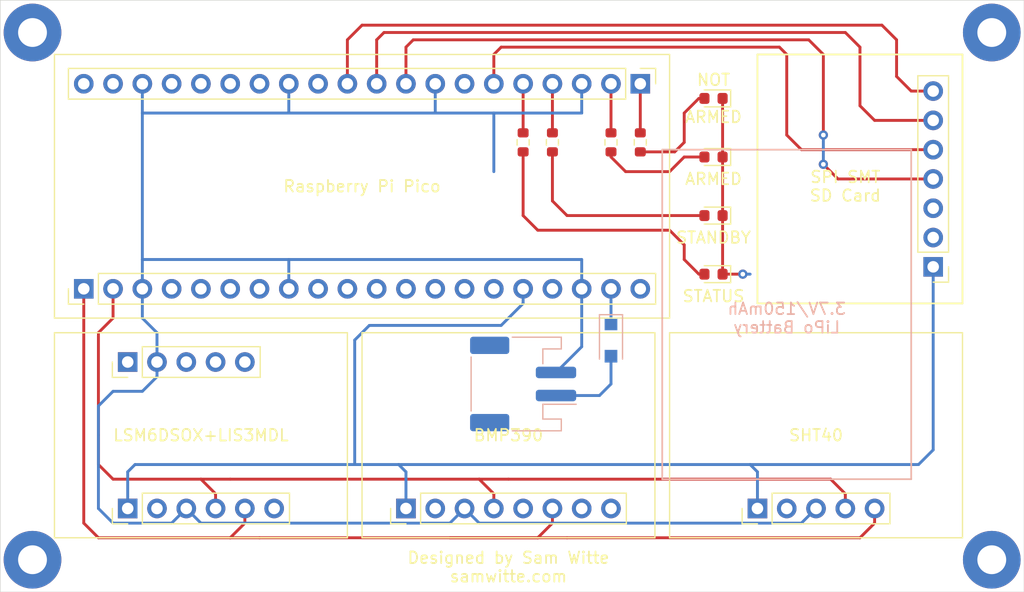
<source format=kicad_pcb>
(kicad_pcb (version 20171130) (host pcbnew "(5.1.10)-1")

  (general
    (thickness 1.6)
    (drawings 55)
    (tracks 142)
    (zones 0)
    (modules 21)
    (nets 52)
  )

  (page A4)
  (layers
    (0 F.Cu signal)
    (31 B.Cu signal)
    (32 B.Adhes user)
    (33 F.Adhes user)
    (34 B.Paste user)
    (35 F.Paste user)
    (36 B.SilkS user)
    (37 F.SilkS user)
    (38 B.Mask user)
    (39 F.Mask user)
    (40 Dwgs.User user)
    (41 Cmts.User user)
    (42 Eco1.User user)
    (43 Eco2.User user)
    (44 Edge.Cuts user)
    (45 Margin user)
    (46 B.CrtYd user)
    (47 F.CrtYd user)
    (48 B.Fab user)
    (49 F.Fab user hide)
  )

  (setup
    (last_trace_width 0.25)
    (trace_clearance 0.2)
    (zone_clearance 0.508)
    (zone_45_only no)
    (trace_min 0.2)
    (via_size 0.8)
    (via_drill 0.4)
    (via_min_size 0.4)
    (via_min_drill 0.3)
    (uvia_size 0.3)
    (uvia_drill 0.1)
    (uvias_allowed no)
    (uvia_min_size 0.2)
    (uvia_min_drill 0.1)
    (edge_width 0.05)
    (segment_width 0.2)
    (pcb_text_width 0.3)
    (pcb_text_size 1.5 1.5)
    (mod_edge_width 0.12)
    (mod_text_size 1 1)
    (mod_text_width 0.15)
    (pad_size 1 3.5)
    (pad_drill 0)
    (pad_to_mask_clearance 0)
    (aux_axis_origin 0 0)
    (visible_elements 7FFFFFFF)
    (pcbplotparams
      (layerselection 0x010fc_ffffffff)
      (usegerberextensions true)
      (usegerberattributes false)
      (usegerberadvancedattributes false)
      (creategerberjobfile false)
      (excludeedgelayer true)
      (linewidth 0.100000)
      (plotframeref false)
      (viasonmask false)
      (mode 1)
      (useauxorigin false)
      (hpglpennumber 1)
      (hpglpenspeed 20)
      (hpglpendiameter 15.000000)
      (psnegative false)
      (psa4output false)
      (plotreference true)
      (plotvalue false)
      (plotinvisibletext false)
      (padsonsilk false)
      (subtractmaskfromsilk true)
      (outputformat 1)
      (mirror false)
      (drillshape 0)
      (scaleselection 1)
      (outputdirectory "./pcb-gerbers"))
  )

  (net 0 "")
  (net 1 GND)
  (net 2 SCL)
  (net 3 SDA)
  (net 4 GP0)
  (net 5 GP1)
  (net 6 GP2)
  (net 7 GP3)
  (net 8 "Net-(J4-Pad7)")
  (net 9 "Net-(J4-Pad12)")
  (net 10 "Net-(J4-Pad14)")
  (net 11 "Net-(J4-Pad15)")
  (net 12 "Net-(J4-Pad16)")
  (net 13 "Net-(J4-Pad17)")
  (net 14 "Net-(J4-Pad19)")
  (net 15 "Net-(J4-Pad20)")
  (net 16 "VBUS(5V)")
  (net 17 "VSYS(1V8-5V5)")
  (net 18 "Net-(J5-Pad17)")
  (net 19 3V3)
  (net 20 "Net-(J5-Pad15)")
  (net 21 "Net-(J5-Pad14)")
  (net 22 "Net-(J5-Pad13)")
  (net 23 "Net-(J5-Pad12)")
  (net 24 "Net-(J5-Pad11)")
  (net 25 "Net-(J5-Pad10)")
  (net 26 "Net-(J5-Pad9)")
  (net 27 "Net-(J5-Pad7)")
  (net 28 "Net-(J5-Pad6)")
  (net 29 "Net-(J5-Pad5)")
  (net 30 "Net-(J5-Pad4)")
  (net 31 "Net-(D1-Pad2)")
  (net 32 "Net-(D2-Pad2)")
  (net 33 "Net-(D3-Pad2)")
  (net 34 "Net-(J6-Pad1)")
  (net 35 "Net-(J6-Pad3)")
  (net 36 "Net-(J6-Pad4)")
  (net 37 "Net-(J6-Pad5)")
  (net 38 "Net-(D4-Pad2)")
  (net 39 "Net-(J1-Pad2)")
  (net 40 "Net-(J2-Pad6)")
  (net 41 "Net-(J2-Pad2)")
  (net 42 "Net-(J3-Pad8)")
  (net 43 "Net-(J3-Pad7)")
  (net 44 "Net-(J3-Pad5)")
  (net 45 "Net-(J3-Pad2)")
  (net 46 SPI_MISO)
  (net 47 SPI_SCK)
  (net 48 SPI_MOSI)
  (net 49 SPI_CS)
  (net 50 "Net-(J7-Pad2)")
  (net 51 "Net-(D5-Pad2)")

  (net_class Default "This is the default net class."
    (clearance 0.2)
    (trace_width 0.25)
    (via_dia 0.8)
    (via_drill 0.4)
    (uvia_dia 0.3)
    (uvia_drill 0.1)
    (add_net 3V3)
    (add_net GND)
    (add_net GP0)
    (add_net GP1)
    (add_net GP2)
    (add_net GP3)
    (add_net "Net-(D1-Pad2)")
    (add_net "Net-(D2-Pad2)")
    (add_net "Net-(D3-Pad2)")
    (add_net "Net-(D4-Pad2)")
    (add_net "Net-(D5-Pad2)")
    (add_net "Net-(J1-Pad2)")
    (add_net "Net-(J2-Pad2)")
    (add_net "Net-(J2-Pad6)")
    (add_net "Net-(J3-Pad2)")
    (add_net "Net-(J3-Pad5)")
    (add_net "Net-(J3-Pad7)")
    (add_net "Net-(J3-Pad8)")
    (add_net "Net-(J4-Pad12)")
    (add_net "Net-(J4-Pad14)")
    (add_net "Net-(J4-Pad15)")
    (add_net "Net-(J4-Pad16)")
    (add_net "Net-(J4-Pad17)")
    (add_net "Net-(J4-Pad19)")
    (add_net "Net-(J4-Pad20)")
    (add_net "Net-(J4-Pad7)")
    (add_net "Net-(J5-Pad10)")
    (add_net "Net-(J5-Pad11)")
    (add_net "Net-(J5-Pad12)")
    (add_net "Net-(J5-Pad13)")
    (add_net "Net-(J5-Pad14)")
    (add_net "Net-(J5-Pad15)")
    (add_net "Net-(J5-Pad17)")
    (add_net "Net-(J5-Pad4)")
    (add_net "Net-(J5-Pad5)")
    (add_net "Net-(J5-Pad6)")
    (add_net "Net-(J5-Pad7)")
    (add_net "Net-(J5-Pad9)")
    (add_net "Net-(J6-Pad1)")
    (add_net "Net-(J6-Pad3)")
    (add_net "Net-(J6-Pad4)")
    (add_net "Net-(J6-Pad5)")
    (add_net "Net-(J7-Pad2)")
    (add_net SCL)
    (add_net SDA)
    (add_net SPI_CS)
    (add_net SPI_MISO)
    (add_net SPI_MOSI)
    (add_net SPI_SCK)
    (add_net "VBUS(5V)")
    (add_net "VSYS(1V8-5V5)")
  )

  (module Connector_JST:JST_PH_S2B-PH-SM4-TB_1x02-1MP_P2.00mm_Horizontal (layer B.Cu) (tedit 62F8267C) (tstamp 62F83EF2)
    (at 133.35 81.915 90)
    (descr "JST PH series connector, S2B-PH-SM4-TB (http://www.jst-mfg.com/product/pdf/eng/ePH.pdf), generated with kicad-footprint-generator")
    (tags "connector JST PH top entry")
    (path /63073312)
    (attr smd)
    (fp_text reference J8 (at 0 5.8 90) (layer B.SilkS) hide
      (effects (font (size 1 1) (thickness 0.15)) (justify mirror))
    )
    (fp_text value Conn_01x02 (at 0 -5.8 90) (layer B.Fab)
      (effects (font (size 1 1) (thickness 0.15)) (justify mirror))
    )
    (fp_line (start -1 0.892893) (end -0.5 1.6) (layer B.Fab) (width 0.1))
    (fp_line (start -1.5 1.6) (end -1 0.892893) (layer B.Fab) (width 0.1))
    (fp_line (start 4.6 5.1) (end -4.6 5.1) (layer B.CrtYd) (width 0.05))
    (fp_line (start 4.6 -5.1) (end 4.6 5.1) (layer B.CrtYd) (width 0.05))
    (fp_line (start -4.6 -5.1) (end 4.6 -5.1) (layer B.CrtYd) (width 0.05))
    (fp_line (start -4.6 5.1) (end -4.6 -5.1) (layer B.CrtYd) (width 0.05))
    (fp_line (start 3.95 3.2) (end 3.95 -4.4) (layer B.Fab) (width 0.1))
    (fp_line (start -3.95 3.2) (end -3.95 -4.4) (layer B.Fab) (width 0.1))
    (fp_line (start -3.95 -4.4) (end 3.95 -4.4) (layer B.Fab) (width 0.1))
    (fp_line (start -2.34 -4.51) (end 2.34 -4.51) (layer B.SilkS) (width 0.12))
    (fp_line (start 3.04 1.71) (end 1.76 1.71) (layer B.SilkS) (width 0.12))
    (fp_line (start 3.04 3.31) (end 3.04 1.71) (layer B.SilkS) (width 0.12))
    (fp_line (start 4.06 3.31) (end 3.04 3.31) (layer B.SilkS) (width 0.12))
    (fp_line (start 4.06 -0.94) (end 4.06 3.31) (layer B.SilkS) (width 0.12))
    (fp_line (start -1.76 1.71) (end -1.76 4.6) (layer B.SilkS) (width 0.12))
    (fp_line (start -3.04 1.71) (end -1.76 1.71) (layer B.SilkS) (width 0.12))
    (fp_line (start -3.04 3.31) (end -3.04 1.71) (layer B.SilkS) (width 0.12))
    (fp_line (start -4.06 3.31) (end -3.04 3.31) (layer B.SilkS) (width 0.12))
    (fp_line (start -4.06 -0.94) (end -4.06 3.31) (layer B.SilkS) (width 0.12))
    (fp_line (start 3.15 3.2) (end 3.95 3.2) (layer B.Fab) (width 0.1))
    (fp_line (start 3.15 1.6) (end 3.15 3.2) (layer B.Fab) (width 0.1))
    (fp_line (start -3.15 1.6) (end 3.15 1.6) (layer B.Fab) (width 0.1))
    (fp_line (start -3.15 3.2) (end -3.15 1.6) (layer B.Fab) (width 0.1))
    (fp_line (start -3.95 3.2) (end -3.15 3.2) (layer B.Fab) (width 0.1))
    (fp_text user %R (at 0 -1.5 90) (layer B.Fab)
      (effects (font (size 1 1) (thickness 0.15)) (justify mirror))
    )
    (pad MP smd roundrect (at 3.35 -2.9 90) (size 1.5 3.4) (layers B.Cu B.Paste B.Mask) (roundrect_rratio 0.1666666666666667))
    (pad MP smd roundrect (at -3.35 -2.9 90) (size 1.5 3.4) (layers B.Cu B.Paste B.Mask) (roundrect_rratio 0.1666666666666667))
    (pad 2 smd roundrect (at 1 2.85 90) (size 1 3.5) (layers B.Cu B.Paste B.Mask) (roundrect_rratio 0.25)
      (net 1 GND))
    (pad 1 smd roundrect (at -1 2.85 90) (size 1 3.5) (layers B.Cu B.Paste B.Mask) (roundrect_rratio 0.25)
      (net 51 "Net-(D5-Pad2)"))
    (model ${KISYS3DMOD}/Connector_JST.3dshapes/JST_PH_S2B-PH-SM4-TB_1x02-1MP_P2.00mm_Horizontal.wrl
      (at (xyz 0 0 0))
      (scale (xyz 1 1 1))
      (rotate (xyz 0 0 0))
    )
  )

  (module Diode_SMD:D_SOD-123F (layer B.Cu) (tedit 587F7769) (tstamp 62F83CFF)
    (at 140.97 78.105 270)
    (descr D_SOD-123F)
    (tags D_SOD-123F)
    (path /6307649E)
    (attr smd)
    (fp_text reference D5 (at -0.127 1.905 270) (layer B.SilkS) hide
      (effects (font (size 1 1) (thickness 0.15)) (justify mirror))
    )
    (fp_text value D (at 0 -2.1 270) (layer B.Fab)
      (effects (font (size 1 1) (thickness 0.15)) (justify mirror))
    )
    (fp_line (start -2.2 1) (end 1.65 1) (layer B.SilkS) (width 0.12))
    (fp_line (start -2.2 -1) (end 1.65 -1) (layer B.SilkS) (width 0.12))
    (fp_line (start -2.2 1.15) (end -2.2 -1.15) (layer B.CrtYd) (width 0.05))
    (fp_line (start 2.2 -1.15) (end -2.2 -1.15) (layer B.CrtYd) (width 0.05))
    (fp_line (start 2.2 1.15) (end 2.2 -1.15) (layer B.CrtYd) (width 0.05))
    (fp_line (start -2.2 1.15) (end 2.2 1.15) (layer B.CrtYd) (width 0.05))
    (fp_line (start -1.4 0.9) (end 1.4 0.9) (layer B.Fab) (width 0.1))
    (fp_line (start 1.4 0.9) (end 1.4 -0.9) (layer B.Fab) (width 0.1))
    (fp_line (start 1.4 -0.9) (end -1.4 -0.9) (layer B.Fab) (width 0.1))
    (fp_line (start -1.4 -0.9) (end -1.4 0.9) (layer B.Fab) (width 0.1))
    (fp_line (start -0.75 0) (end -0.35 0) (layer B.Fab) (width 0.1))
    (fp_line (start -0.35 0) (end -0.35 0.55) (layer B.Fab) (width 0.1))
    (fp_line (start -0.35 0) (end -0.35 -0.55) (layer B.Fab) (width 0.1))
    (fp_line (start -0.35 0) (end 0.25 0.4) (layer B.Fab) (width 0.1))
    (fp_line (start 0.25 0.4) (end 0.25 -0.4) (layer B.Fab) (width 0.1))
    (fp_line (start 0.25 -0.4) (end -0.35 0) (layer B.Fab) (width 0.1))
    (fp_line (start 0.25 0) (end 0.75 0) (layer B.Fab) (width 0.1))
    (fp_line (start -2.2 1) (end -2.2 -1) (layer B.SilkS) (width 0.12))
    (fp_text user %R (at -0.127 1.905 270) (layer B.Fab)
      (effects (font (size 1 1) (thickness 0.15)) (justify mirror))
    )
    (pad 2 smd rect (at 1.4 0 270) (size 1.1 1.1) (layers B.Cu B.Paste B.Mask)
      (net 51 "Net-(D5-Pad2)"))
    (pad 1 smd rect (at -1.4 0 270) (size 1.1 1.1) (layers B.Cu B.Paste B.Mask)
      (net 17 "VSYS(1V8-5V5)"))
    (model ${KISYS3DMOD}/Diode_SMD.3dshapes/D_SOD-123F.wrl
      (at (xyz 0 0 0))
      (scale (xyz 1 1 1))
      (rotate (xyz 0 0 0))
    )
  )

  (module Connector_PinHeader_2.54mm:PinHeader_1x07_P2.54mm_Vertical (layer F.Cu) (tedit 59FED5CC) (tstamp 62F822A4)
    (at 168.91 71.755 180)
    (descr "Through hole straight pin header, 1x07, 2.54mm pitch, single row")
    (tags "Through hole pin header THT 1x07 2.54mm single row")
    (path /62F8C126)
    (fp_text reference J7 (at 0 -2.33) (layer F.SilkS) hide
      (effects (font (size 1 1) (thickness 0.15)))
    )
    (fp_text value Conn_01x07 (at 0 17.57) (layer F.Fab)
      (effects (font (size 1 1) (thickness 0.15)))
    )
    (fp_line (start 1.8 -1.8) (end -1.8 -1.8) (layer F.CrtYd) (width 0.05))
    (fp_line (start 1.8 17.05) (end 1.8 -1.8) (layer F.CrtYd) (width 0.05))
    (fp_line (start -1.8 17.05) (end 1.8 17.05) (layer F.CrtYd) (width 0.05))
    (fp_line (start -1.8 -1.8) (end -1.8 17.05) (layer F.CrtYd) (width 0.05))
    (fp_line (start -1.33 -1.33) (end 0 -1.33) (layer F.SilkS) (width 0.12))
    (fp_line (start -1.33 0) (end -1.33 -1.33) (layer F.SilkS) (width 0.12))
    (fp_line (start -1.33 1.27) (end 1.33 1.27) (layer F.SilkS) (width 0.12))
    (fp_line (start 1.33 1.27) (end 1.33 16.57) (layer F.SilkS) (width 0.12))
    (fp_line (start -1.33 1.27) (end -1.33 16.57) (layer F.SilkS) (width 0.12))
    (fp_line (start -1.33 16.57) (end 1.33 16.57) (layer F.SilkS) (width 0.12))
    (fp_line (start -1.27 -0.635) (end -0.635 -1.27) (layer F.Fab) (width 0.1))
    (fp_line (start -1.27 16.51) (end -1.27 -0.635) (layer F.Fab) (width 0.1))
    (fp_line (start 1.27 16.51) (end -1.27 16.51) (layer F.Fab) (width 0.1))
    (fp_line (start 1.27 -1.27) (end 1.27 16.51) (layer F.Fab) (width 0.1))
    (fp_line (start -0.635 -1.27) (end 1.27 -1.27) (layer F.Fab) (width 0.1))
    (fp_text user %R (at 0 7.62 90) (layer F.Fab)
      (effects (font (size 1 1) (thickness 0.15)))
    )
    (pad 7 thru_hole oval (at 0 15.24 180) (size 1.7 1.7) (drill 1) (layers *.Cu *.Mask)
      (net 49 SPI_CS))
    (pad 6 thru_hole oval (at 0 12.7 180) (size 1.7 1.7) (drill 1) (layers *.Cu *.Mask)
      (net 48 SPI_MOSI))
    (pad 5 thru_hole oval (at 0 10.16 180) (size 1.7 1.7) (drill 1) (layers *.Cu *.Mask)
      (net 46 SPI_MISO))
    (pad 4 thru_hole oval (at 0 7.62 180) (size 1.7 1.7) (drill 1) (layers *.Cu *.Mask)
      (net 47 SPI_SCK))
    (pad 3 thru_hole oval (at 0 5.08 180) (size 1.7 1.7) (drill 1) (layers *.Cu *.Mask)
      (net 1 GND))
    (pad 2 thru_hole oval (at 0 2.54 180) (size 1.7 1.7) (drill 1) (layers *.Cu *.Mask)
      (net 50 "Net-(J7-Pad2)"))
    (pad 1 thru_hole rect (at 0 0 180) (size 1.7 1.7) (drill 1) (layers *.Cu *.Mask)
      (net 19 3V3))
    (model ${KISYS3DMOD}/Connector_PinHeader_2.54mm.3dshapes/PinHeader_1x07_P2.54mm_Vertical.wrl
      (at (xyz 0 0 0))
      (scale (xyz 1 1 1))
      (rotate (xyz 0 0 0))
    )
  )

  (module MountingHole:MountingHole_2.5mm_Pad (layer F.Cu) (tedit 56D1B4CB) (tstamp 62EFDA7D)
    (at 173.99 51.435)
    (descr "Mounting Hole 2.5mm")
    (tags "mounting hole 2.5mm")
    (path /63182370)
    (attr virtual)
    (fp_text reference H4 (at 0 -3.5) (layer F.SilkS) hide
      (effects (font (size 1 1) (thickness 0.15)))
    )
    (fp_text value MountingHole_Pad (at 0 3.5) (layer F.Fab) hide
      (effects (font (size 1 1) (thickness 0.15)))
    )
    (fp_circle (center 0 0) (end 2.75 0) (layer F.CrtYd) (width 0.05))
    (fp_circle (center 0 0) (end 2.5 0) (layer Cmts.User) (width 0.15))
    (fp_text user %R (at 0.3 0) (layer F.Fab)
      (effects (font (size 1 1) (thickness 0.15)))
    )
    (pad 1 thru_hole circle (at 0 0) (size 5 5) (drill 2.5) (layers *.Cu *.Mask)
      (net 1 GND))
  )

  (module MountingHole:MountingHole_2.5mm_Pad (layer F.Cu) (tedit 56D1B4CB) (tstamp 62EFDCA6)
    (at 90.805 51.435)
    (descr "Mounting Hole 2.5mm")
    (tags "mounting hole 2.5mm")
    (path /63181F85)
    (attr virtual)
    (fp_text reference H3 (at 0 -3.5) (layer F.SilkS) hide
      (effects (font (size 1 1) (thickness 0.15)))
    )
    (fp_text value MountingHole_Pad (at 0 3.5) (layer F.Fab) hide
      (effects (font (size 1 1) (thickness 0.15)))
    )
    (fp_circle (center 0 0) (end 2.75 0) (layer F.CrtYd) (width 0.05))
    (fp_circle (center 0 0) (end 2.5 0) (layer Cmts.User) (width 0.15))
    (fp_text user %R (at 0.3 0) (layer F.Fab)
      (effects (font (size 1 1) (thickness 0.15)))
    )
    (pad 1 thru_hole circle (at 0 0) (size 5 5) (drill 2.5) (layers *.Cu *.Mask)
      (net 1 GND))
  )

  (module MountingHole:MountingHole_2.5mm_Pad (layer F.Cu) (tedit 56D1B4CB) (tstamp 62EFDA6D)
    (at 90.805 97.155)
    (descr "Mounting Hole 2.5mm")
    (tags "mounting hole 2.5mm")
    (path /63181C54)
    (attr virtual)
    (fp_text reference H2 (at 0 -3.5) (layer F.SilkS) hide
      (effects (font (size 1 1) (thickness 0.15)))
    )
    (fp_text value MountingHole_Pad (at 0 3.5) (layer F.Fab) hide
      (effects (font (size 1 1) (thickness 0.15)))
    )
    (fp_circle (center 0 0) (end 2.75 0) (layer F.CrtYd) (width 0.05))
    (fp_circle (center 0 0) (end 2.5 0) (layer Cmts.User) (width 0.15))
    (fp_text user %R (at 0.3 0) (layer F.Fab)
      (effects (font (size 1 1) (thickness 0.15)))
    )
    (pad 1 thru_hole circle (at 0 0) (size 5 5) (drill 2.5) (layers *.Cu *.Mask)
      (net 1 GND))
  )

  (module MountingHole:MountingHole_2.5mm_Pad (layer F.Cu) (tedit 56D1B4CB) (tstamp 62EFE2A6)
    (at 173.99 97.155)
    (descr "Mounting Hole 2.5mm")
    (tags "mounting hole 2.5mm")
    (path /63167F04)
    (attr virtual)
    (fp_text reference H1 (at 0 -3.5) (layer F.SilkS) hide
      (effects (font (size 1 1) (thickness 0.15)))
    )
    (fp_text value MountingHole_Pad (at 0 3.5) (layer F.Fab) hide
      (effects (font (size 1 1) (thickness 0.15)))
    )
    (fp_circle (center 0 0) (end 2.75 0) (layer F.CrtYd) (width 0.05))
    (fp_circle (center 0 0) (end 2.5 0) (layer Cmts.User) (width 0.15))
    (fp_text user %R (at 0.3 0) (layer F.Fab)
      (effects (font (size 1 1) (thickness 0.15)))
    )
    (pad 1 thru_hole circle (at 0 0) (size 5 5) (drill 2.5) (layers *.Cu *.Mask)
      (net 1 GND))
  )

  (module Connector_PinHeader_2.54mm:PinHeader_1x08_P2.54mm_Vertical (layer F.Cu) (tedit 59FED5CC) (tstamp 62E0C4FE)
    (at 123.19 92.71 90)
    (descr "Through hole straight pin header, 1x08, 2.54mm pitch, single row")
    (tags "Through hole pin header THT 1x08 2.54mm single row")
    (path /62E64980)
    (fp_text reference J3 (at 0 -2.33 180) (layer F.SilkS) hide
      (effects (font (size 1 1) (thickness 0.15)))
    )
    (fp_text value Conn_01x08 (at -3.81 8.89 180) (layer F.Fab) hide
      (effects (font (size 1 1) (thickness 0.15)))
    )
    (fp_line (start 1.8 -1.8) (end -1.8 -1.8) (layer F.CrtYd) (width 0.05))
    (fp_line (start 1.8 19.55) (end 1.8 -1.8) (layer F.CrtYd) (width 0.05))
    (fp_line (start -1.8 19.55) (end 1.8 19.55) (layer F.CrtYd) (width 0.05))
    (fp_line (start -1.8 -1.8) (end -1.8 19.55) (layer F.CrtYd) (width 0.05))
    (fp_line (start -1.33 -1.33) (end 0 -1.33) (layer F.SilkS) (width 0.12))
    (fp_line (start -1.33 0) (end -1.33 -1.33) (layer F.SilkS) (width 0.12))
    (fp_line (start -1.33 1.27) (end 1.33 1.27) (layer F.SilkS) (width 0.12))
    (fp_line (start 1.33 1.27) (end 1.33 19.11) (layer F.SilkS) (width 0.12))
    (fp_line (start -1.33 1.27) (end -1.33 19.11) (layer F.SilkS) (width 0.12))
    (fp_line (start -1.33 19.11) (end 1.33 19.11) (layer F.SilkS) (width 0.12))
    (fp_line (start -1.27 -0.635) (end -0.635 -1.27) (layer F.Fab) (width 0.1))
    (fp_line (start -1.27 19.05) (end -1.27 -0.635) (layer F.Fab) (width 0.1))
    (fp_line (start 1.27 19.05) (end -1.27 19.05) (layer F.Fab) (width 0.1))
    (fp_line (start 1.27 -1.27) (end 1.27 19.05) (layer F.Fab) (width 0.1))
    (fp_line (start -0.635 -1.27) (end 1.27 -1.27) (layer F.Fab) (width 0.1))
    (fp_text user %R (at 0 8.89) (layer F.Fab)
      (effects (font (size 1 1) (thickness 0.15)))
    )
    (pad 8 thru_hole oval (at 0 17.78 90) (size 1.7 1.7) (drill 1) (layers *.Cu *.Mask)
      (net 42 "Net-(J3-Pad8)"))
    (pad 7 thru_hole oval (at 0 15.24 90) (size 1.7 1.7) (drill 1) (layers *.Cu *.Mask)
      (net 43 "Net-(J3-Pad7)"))
    (pad 6 thru_hole oval (at 0 12.7 90) (size 1.7 1.7) (drill 1) (layers *.Cu *.Mask)
      (net 3 SDA))
    (pad 5 thru_hole oval (at 0 10.16 90) (size 1.7 1.7) (drill 1) (layers *.Cu *.Mask)
      (net 44 "Net-(J3-Pad5)"))
    (pad 4 thru_hole oval (at 0 7.62 90) (size 1.7 1.7) (drill 1) (layers *.Cu *.Mask)
      (net 2 SCL))
    (pad 3 thru_hole oval (at 0 5.08 90) (size 1.7 1.7) (drill 1) (layers *.Cu *.Mask)
      (net 1 GND))
    (pad 2 thru_hole oval (at 0 2.54 90) (size 1.7 1.7) (drill 1) (layers *.Cu *.Mask)
      (net 45 "Net-(J3-Pad2)"))
    (pad 1 thru_hole rect (at 0 0 90) (size 1.7 1.7) (drill 1) (layers *.Cu *.Mask)
      (net 19 3V3))
    (model ${KISYS3DMOD}/Connector_PinHeader_2.54mm.3dshapes/PinHeader_1x08_P2.54mm_Vertical.wrl
      (at (xyz 0 0 0))
      (scale (xyz 1 1 1))
      (rotate (xyz 0 0 0))
    )
  )

  (module Connector_PinHeader_2.54mm:PinHeader_1x06_P2.54mm_Vertical (layer F.Cu) (tedit 59FED5CC) (tstamp 62E0C4E2)
    (at 99.06 92.71 90)
    (descr "Through hole straight pin header, 1x06, 2.54mm pitch, single row")
    (tags "Through hole pin header THT 1x06 2.54mm single row")
    (path /62E5F85F)
    (fp_text reference J2 (at 0 -2.33 180) (layer F.SilkS) hide
      (effects (font (size 1 1) (thickness 0.15)))
    )
    (fp_text value Conn_01x06 (at -3.81 6.35 180) (layer F.Fab) hide
      (effects (font (size 1 1) (thickness 0.15)))
    )
    (fp_line (start 1.8 -1.8) (end -1.8 -1.8) (layer F.CrtYd) (width 0.05))
    (fp_line (start 1.8 14.5) (end 1.8 -1.8) (layer F.CrtYd) (width 0.05))
    (fp_line (start -1.8 14.5) (end 1.8 14.5) (layer F.CrtYd) (width 0.05))
    (fp_line (start -1.8 -1.8) (end -1.8 14.5) (layer F.CrtYd) (width 0.05))
    (fp_line (start -1.33 -1.33) (end 0 -1.33) (layer F.SilkS) (width 0.12))
    (fp_line (start -1.33 0) (end -1.33 -1.33) (layer F.SilkS) (width 0.12))
    (fp_line (start -1.33 1.27) (end 1.33 1.27) (layer F.SilkS) (width 0.12))
    (fp_line (start 1.33 1.27) (end 1.33 14.03) (layer F.SilkS) (width 0.12))
    (fp_line (start -1.33 1.27) (end -1.33 14.03) (layer F.SilkS) (width 0.12))
    (fp_line (start -1.33 14.03) (end 1.33 14.03) (layer F.SilkS) (width 0.12))
    (fp_line (start -1.27 -0.635) (end -0.635 -1.27) (layer F.Fab) (width 0.1))
    (fp_line (start -1.27 13.97) (end -1.27 -0.635) (layer F.Fab) (width 0.1))
    (fp_line (start 1.27 13.97) (end -1.27 13.97) (layer F.Fab) (width 0.1))
    (fp_line (start 1.27 -1.27) (end 1.27 13.97) (layer F.Fab) (width 0.1))
    (fp_line (start -0.635 -1.27) (end 1.27 -1.27) (layer F.Fab) (width 0.1))
    (fp_text user %R (at 0 6.35) (layer F.Fab)
      (effects (font (size 1 1) (thickness 0.15)))
    )
    (pad 6 thru_hole oval (at 0 12.7 90) (size 1.7 1.7) (drill 1) (layers *.Cu *.Mask)
      (net 40 "Net-(J2-Pad6)"))
    (pad 5 thru_hole oval (at 0 10.16 90) (size 1.7 1.7) (drill 1) (layers *.Cu *.Mask)
      (net 3 SDA))
    (pad 4 thru_hole oval (at 0 7.62 90) (size 1.7 1.7) (drill 1) (layers *.Cu *.Mask)
      (net 2 SCL))
    (pad 3 thru_hole oval (at 0 5.08 90) (size 1.7 1.7) (drill 1) (layers *.Cu *.Mask)
      (net 1 GND))
    (pad 2 thru_hole oval (at 0 2.54 90) (size 1.7 1.7) (drill 1) (layers *.Cu *.Mask)
      (net 41 "Net-(J2-Pad2)"))
    (pad 1 thru_hole rect (at 0 0 90) (size 1.7 1.7) (drill 1) (layers *.Cu *.Mask)
      (net 19 3V3))
    (model ${KISYS3DMOD}/Connector_PinHeader_2.54mm.3dshapes/PinHeader_1x06_P2.54mm_Vertical.wrl
      (at (xyz 0 0 0))
      (scale (xyz 1 1 1))
      (rotate (xyz 0 0 0))
    )
  )

  (module Connector_PinHeader_2.54mm:PinHeader_1x05_P2.54mm_Vertical (layer F.Cu) (tedit 59FED5CC) (tstamp 62E0C4C8)
    (at 153.67 92.71 90)
    (descr "Through hole straight pin header, 1x05, 2.54mm pitch, single row")
    (tags "Through hole pin header THT 1x05 2.54mm single row")
    (path /62E5AC3C)
    (fp_text reference J1 (at 0 -2.33 180) (layer F.SilkS) hide
      (effects (font (size 1 1) (thickness 0.15)))
    )
    (fp_text value Conn_01x05 (at -3.81 5.08 180) (layer F.Fab) hide
      (effects (font (size 1 1) (thickness 0.15)))
    )
    (fp_line (start 1.8 -1.8) (end -1.8 -1.8) (layer F.CrtYd) (width 0.05))
    (fp_line (start 1.8 11.95) (end 1.8 -1.8) (layer F.CrtYd) (width 0.05))
    (fp_line (start -1.8 11.95) (end 1.8 11.95) (layer F.CrtYd) (width 0.05))
    (fp_line (start -1.8 -1.8) (end -1.8 11.95) (layer F.CrtYd) (width 0.05))
    (fp_line (start -1.33 -1.33) (end 0 -1.33) (layer F.SilkS) (width 0.12))
    (fp_line (start -1.33 0) (end -1.33 -1.33) (layer F.SilkS) (width 0.12))
    (fp_line (start -1.33 1.27) (end 1.33 1.27) (layer F.SilkS) (width 0.12))
    (fp_line (start 1.33 1.27) (end 1.33 11.49) (layer F.SilkS) (width 0.12))
    (fp_line (start -1.33 1.27) (end -1.33 11.49) (layer F.SilkS) (width 0.12))
    (fp_line (start -1.33 11.49) (end 1.33 11.49) (layer F.SilkS) (width 0.12))
    (fp_line (start -1.27 -0.635) (end -0.635 -1.27) (layer F.Fab) (width 0.1))
    (fp_line (start -1.27 11.43) (end -1.27 -0.635) (layer F.Fab) (width 0.1))
    (fp_line (start 1.27 11.43) (end -1.27 11.43) (layer F.Fab) (width 0.1))
    (fp_line (start 1.27 -1.27) (end 1.27 11.43) (layer F.Fab) (width 0.1))
    (fp_line (start -0.635 -1.27) (end 1.27 -1.27) (layer F.Fab) (width 0.1))
    (fp_text user %R (at 0 5.08) (layer F.Fab)
      (effects (font (size 1 1) (thickness 0.15)))
    )
    (pad 5 thru_hole oval (at 0 10.16 90) (size 1.7 1.7) (drill 1) (layers *.Cu *.Mask)
      (net 3 SDA))
    (pad 4 thru_hole oval (at 0 7.62 90) (size 1.7 1.7) (drill 1) (layers *.Cu *.Mask)
      (net 2 SCL))
    (pad 3 thru_hole oval (at 0 5.08 90) (size 1.7 1.7) (drill 1) (layers *.Cu *.Mask)
      (net 1 GND))
    (pad 2 thru_hole oval (at 0 2.54 90) (size 1.7 1.7) (drill 1) (layers *.Cu *.Mask)
      (net 39 "Net-(J1-Pad2)"))
    (pad 1 thru_hole rect (at 0 0 90) (size 1.7 1.7) (drill 1) (layers *.Cu *.Mask)
      (net 19 3V3))
    (model ${KISYS3DMOD}/Connector_PinHeader_2.54mm.3dshapes/PinHeader_1x05_P2.54mm_Vertical.wrl
      (at (xyz 0 0 0))
      (scale (xyz 1 1 1))
      (rotate (xyz 0 0 0))
    )
  )

  (module Connector_PinHeader_2.54mm:PinHeader_1x20_P2.54mm_Vertical (layer F.Cu) (tedit 59FED5CC) (tstamp 62EB489B)
    (at 143.51 55.88 270)
    (descr "Through hole straight pin header, 1x20, 2.54mm pitch, single row")
    (tags "Through hole pin header THT 1x20 2.54mm single row")
    (path /62EB4714)
    (fp_text reference J4 (at 0 -2.33 90) (layer F.SilkS) hide
      (effects (font (size 1 1) (thickness 0.15)))
    )
    (fp_text value Conn_01x20 (at 0 50.59 90) (layer F.Fab) hide
      (effects (font (size 1 1) (thickness 0.15)))
    )
    (fp_line (start -0.635 -1.27) (end 1.27 -1.27) (layer F.Fab) (width 0.1))
    (fp_line (start 1.27 -1.27) (end 1.27 49.53) (layer F.Fab) (width 0.1))
    (fp_line (start 1.27 49.53) (end -1.27 49.53) (layer F.Fab) (width 0.1))
    (fp_line (start -1.27 49.53) (end -1.27 -0.635) (layer F.Fab) (width 0.1))
    (fp_line (start -1.27 -0.635) (end -0.635 -1.27) (layer F.Fab) (width 0.1))
    (fp_line (start -1.33 49.59) (end 1.33 49.59) (layer F.SilkS) (width 0.12))
    (fp_line (start -1.33 1.27) (end -1.33 49.59) (layer F.SilkS) (width 0.12))
    (fp_line (start 1.33 1.27) (end 1.33 49.59) (layer F.SilkS) (width 0.12))
    (fp_line (start -1.33 1.27) (end 1.33 1.27) (layer F.SilkS) (width 0.12))
    (fp_line (start -1.33 0) (end -1.33 -1.33) (layer F.SilkS) (width 0.12))
    (fp_line (start -1.33 -1.33) (end 0 -1.33) (layer F.SilkS) (width 0.12))
    (fp_line (start -1.8 -1.8) (end -1.8 50.05) (layer F.CrtYd) (width 0.05))
    (fp_line (start -1.8 50.05) (end 1.8 50.05) (layer F.CrtYd) (width 0.05))
    (fp_line (start 1.8 50.05) (end 1.8 -1.8) (layer F.CrtYd) (width 0.05))
    (fp_line (start 1.8 -1.8) (end -1.8 -1.8) (layer F.CrtYd) (width 0.05))
    (fp_text user %R (at 0 24.13) (layer F.Fab)
      (effects (font (size 1 1) (thickness 0.15)))
    )
    (pad 1 thru_hole rect (at 0 0 270) (size 1.7 1.7) (drill 1) (layers *.Cu *.Mask)
      (net 4 GP0))
    (pad 2 thru_hole oval (at 0 2.54 270) (size 1.7 1.7) (drill 1) (layers *.Cu *.Mask)
      (net 5 GP1))
    (pad 3 thru_hole oval (at 0 5.08 270) (size 1.7 1.7) (drill 1) (layers *.Cu *.Mask)
      (net 1 GND))
    (pad 4 thru_hole oval (at 0 7.62 270) (size 1.7 1.7) (drill 1) (layers *.Cu *.Mask)
      (net 6 GP2))
    (pad 5 thru_hole oval (at 0 10.16 270) (size 1.7 1.7) (drill 1) (layers *.Cu *.Mask)
      (net 7 GP3))
    (pad 6 thru_hole oval (at 0 12.7 270) (size 1.7 1.7) (drill 1) (layers *.Cu *.Mask)
      (net 46 SPI_MISO))
    (pad 7 thru_hole oval (at 0 15.24 270) (size 1.7 1.7) (drill 1) (layers *.Cu *.Mask)
      (net 8 "Net-(J4-Pad7)"))
    (pad 8 thru_hole oval (at 0 17.78 270) (size 1.7 1.7) (drill 1) (layers *.Cu *.Mask)
      (net 1 GND))
    (pad 9 thru_hole oval (at 0 20.32 270) (size 1.7 1.7) (drill 1) (layers *.Cu *.Mask)
      (net 47 SPI_SCK))
    (pad 10 thru_hole oval (at 0 22.86 270) (size 1.7 1.7) (drill 1) (layers *.Cu *.Mask)
      (net 48 SPI_MOSI))
    (pad 11 thru_hole oval (at 0 25.4 270) (size 1.7 1.7) (drill 1) (layers *.Cu *.Mask)
      (net 49 SPI_CS))
    (pad 12 thru_hole oval (at 0 27.94 270) (size 1.7 1.7) (drill 1) (layers *.Cu *.Mask)
      (net 9 "Net-(J4-Pad12)"))
    (pad 13 thru_hole oval (at 0 30.48 270) (size 1.7 1.7) (drill 1) (layers *.Cu *.Mask)
      (net 1 GND))
    (pad 14 thru_hole oval (at 0 33.02 270) (size 1.7 1.7) (drill 1) (layers *.Cu *.Mask)
      (net 10 "Net-(J4-Pad14)"))
    (pad 15 thru_hole oval (at 0 35.56 270) (size 1.7 1.7) (drill 1) (layers *.Cu *.Mask)
      (net 11 "Net-(J4-Pad15)"))
    (pad 16 thru_hole oval (at 0 38.1 270) (size 1.7 1.7) (drill 1) (layers *.Cu *.Mask)
      (net 12 "Net-(J4-Pad16)"))
    (pad 17 thru_hole oval (at 0 40.64 270) (size 1.7 1.7) (drill 1) (layers *.Cu *.Mask)
      (net 13 "Net-(J4-Pad17)"))
    (pad 18 thru_hole oval (at 0 43.18 270) (size 1.7 1.7) (drill 1) (layers *.Cu *.Mask)
      (net 1 GND))
    (pad 19 thru_hole oval (at 0 45.72 270) (size 1.7 1.7) (drill 1) (layers *.Cu *.Mask)
      (net 14 "Net-(J4-Pad19)"))
    (pad 20 thru_hole oval (at 0 48.26 270) (size 1.7 1.7) (drill 1) (layers *.Cu *.Mask)
      (net 15 "Net-(J4-Pad20)"))
    (model ${KISYS3DMOD}/Connector_PinHeader_2.54mm.3dshapes/PinHeader_1x20_P2.54mm_Vertical.wrl
      (at (xyz 0 0 0))
      (scale (xyz 1 1 1))
      (rotate (xyz 0 0 0))
    )
  )

  (module Connector_PinHeader_2.54mm:PinHeader_1x20_P2.54mm_Vertical (layer F.Cu) (tedit 59FED5CC) (tstamp 62EB48C3)
    (at 95.25 73.66 90)
    (descr "Through hole straight pin header, 1x20, 2.54mm pitch, single row")
    (tags "Through hole pin header THT 1x20 2.54mm single row")
    (path /62EB7AA1)
    (fp_text reference J5 (at 0 -2.33 90) (layer F.SilkS) hide
      (effects (font (size 1 1) (thickness 0.15)))
    )
    (fp_text value Conn_01x20 (at 0 50.59 90) (layer F.Fab) hide
      (effects (font (size 1 1) (thickness 0.15)))
    )
    (fp_line (start -0.635 -1.27) (end 1.27 -1.27) (layer F.Fab) (width 0.1))
    (fp_line (start 1.27 -1.27) (end 1.27 49.53) (layer F.Fab) (width 0.1))
    (fp_line (start 1.27 49.53) (end -1.27 49.53) (layer F.Fab) (width 0.1))
    (fp_line (start -1.27 49.53) (end -1.27 -0.635) (layer F.Fab) (width 0.1))
    (fp_line (start -1.27 -0.635) (end -0.635 -1.27) (layer F.Fab) (width 0.1))
    (fp_line (start -1.33 49.59) (end 1.33 49.59) (layer F.SilkS) (width 0.12))
    (fp_line (start -1.33 1.27) (end -1.33 49.59) (layer F.SilkS) (width 0.12))
    (fp_line (start 1.33 1.27) (end 1.33 49.59) (layer F.SilkS) (width 0.12))
    (fp_line (start -1.33 1.27) (end 1.33 1.27) (layer F.SilkS) (width 0.12))
    (fp_line (start -1.33 0) (end -1.33 -1.33) (layer F.SilkS) (width 0.12))
    (fp_line (start -1.33 -1.33) (end 0 -1.33) (layer F.SilkS) (width 0.12))
    (fp_line (start -1.8 -1.8) (end -1.8 50.05) (layer F.CrtYd) (width 0.05))
    (fp_line (start -1.8 50.05) (end 1.8 50.05) (layer F.CrtYd) (width 0.05))
    (fp_line (start 1.8 50.05) (end 1.8 -1.8) (layer F.CrtYd) (width 0.05))
    (fp_line (start 1.8 -1.8) (end -1.8 -1.8) (layer F.CrtYd) (width 0.05))
    (fp_text user %R (at 0 24.13) (layer F.Fab)
      (effects (font (size 1 1) (thickness 0.15)))
    )
    (pad 1 thru_hole rect (at 0 0 90) (size 1.7 1.7) (drill 1) (layers *.Cu *.Mask)
      (net 3 SDA))
    (pad 2 thru_hole oval (at 0 2.54 90) (size 1.7 1.7) (drill 1) (layers *.Cu *.Mask)
      (net 2 SCL))
    (pad 3 thru_hole oval (at 0 5.08 90) (size 1.7 1.7) (drill 1) (layers *.Cu *.Mask)
      (net 1 GND))
    (pad 4 thru_hole oval (at 0 7.62 90) (size 1.7 1.7) (drill 1) (layers *.Cu *.Mask)
      (net 30 "Net-(J5-Pad4)"))
    (pad 5 thru_hole oval (at 0 10.16 90) (size 1.7 1.7) (drill 1) (layers *.Cu *.Mask)
      (net 29 "Net-(J5-Pad5)"))
    (pad 6 thru_hole oval (at 0 12.7 90) (size 1.7 1.7) (drill 1) (layers *.Cu *.Mask)
      (net 28 "Net-(J5-Pad6)"))
    (pad 7 thru_hole oval (at 0 15.24 90) (size 1.7 1.7) (drill 1) (layers *.Cu *.Mask)
      (net 27 "Net-(J5-Pad7)"))
    (pad 8 thru_hole oval (at 0 17.78 90) (size 1.7 1.7) (drill 1) (layers *.Cu *.Mask)
      (net 1 GND))
    (pad 9 thru_hole oval (at 0 20.32 90) (size 1.7 1.7) (drill 1) (layers *.Cu *.Mask)
      (net 26 "Net-(J5-Pad9)"))
    (pad 10 thru_hole oval (at 0 22.86 90) (size 1.7 1.7) (drill 1) (layers *.Cu *.Mask)
      (net 25 "Net-(J5-Pad10)"))
    (pad 11 thru_hole oval (at 0 25.4 90) (size 1.7 1.7) (drill 1) (layers *.Cu *.Mask)
      (net 24 "Net-(J5-Pad11)"))
    (pad 12 thru_hole oval (at 0 27.94 90) (size 1.7 1.7) (drill 1) (layers *.Cu *.Mask)
      (net 23 "Net-(J5-Pad12)"))
    (pad 13 thru_hole oval (at 0 30.48 90) (size 1.7 1.7) (drill 1) (layers *.Cu *.Mask)
      (net 22 "Net-(J5-Pad13)"))
    (pad 14 thru_hole oval (at 0 33.02 90) (size 1.7 1.7) (drill 1) (layers *.Cu *.Mask)
      (net 21 "Net-(J5-Pad14)"))
    (pad 15 thru_hole oval (at 0 35.56 90) (size 1.7 1.7) (drill 1) (layers *.Cu *.Mask)
      (net 20 "Net-(J5-Pad15)"))
    (pad 16 thru_hole oval (at 0 38.1 90) (size 1.7 1.7) (drill 1) (layers *.Cu *.Mask)
      (net 19 3V3))
    (pad 17 thru_hole oval (at 0 40.64 90) (size 1.7 1.7) (drill 1) (layers *.Cu *.Mask)
      (net 18 "Net-(J5-Pad17)"))
    (pad 18 thru_hole oval (at 0 43.18 90) (size 1.7 1.7) (drill 1) (layers *.Cu *.Mask)
      (net 1 GND))
    (pad 19 thru_hole oval (at 0 45.72 90) (size 1.7 1.7) (drill 1) (layers *.Cu *.Mask)
      (net 17 "VSYS(1V8-5V5)"))
    (pad 20 thru_hole oval (at 0 48.26 90) (size 1.7 1.7) (drill 1) (layers *.Cu *.Mask)
      (net 16 "VBUS(5V)"))
    (model ${KISYS3DMOD}/Connector_PinHeader_2.54mm.3dshapes/PinHeader_1x20_P2.54mm_Vertical.wrl
      (at (xyz 0 0 0))
      (scale (xyz 1 1 1))
      (rotate (xyz 0 0 0))
    )
  )

  (module Resistor_SMD:R_0603_1608Metric (layer F.Cu) (tedit 5F68FEEE) (tstamp 62EC81E5)
    (at 135.89 60.96 270)
    (descr "Resistor SMD 0603 (1608 Metric), square (rectangular) end terminal, IPC_7351 nominal, (Body size source: IPC-SM-782 page 72, https://www.pcb-3d.com/wordpress/wp-content/uploads/ipc-sm-782a_amendment_1_and_2.pdf), generated with kicad-footprint-generator")
    (tags resistor)
    (path /62F58194)
    (attr smd)
    (fp_text reference R3 (at 0 -1.905 90) (layer F.SilkS) hide
      (effects (font (size 1 1) (thickness 0.15)))
    )
    (fp_text value 68 (at 0 1.43 90) (layer F.Fab) hide
      (effects (font (size 1 1) (thickness 0.15)))
    )
    (fp_line (start -0.8 0.4125) (end -0.8 -0.4125) (layer F.Fab) (width 0.1))
    (fp_line (start -0.8 -0.4125) (end 0.8 -0.4125) (layer F.Fab) (width 0.1))
    (fp_line (start 0.8 -0.4125) (end 0.8 0.4125) (layer F.Fab) (width 0.1))
    (fp_line (start 0.8 0.4125) (end -0.8 0.4125) (layer F.Fab) (width 0.1))
    (fp_line (start -0.237258 -0.5225) (end 0.237258 -0.5225) (layer F.SilkS) (width 0.12))
    (fp_line (start -0.237258 0.5225) (end 0.237258 0.5225) (layer F.SilkS) (width 0.12))
    (fp_line (start -1.48 0.73) (end -1.48 -0.73) (layer F.CrtYd) (width 0.05))
    (fp_line (start -1.48 -0.73) (end 1.48 -0.73) (layer F.CrtYd) (width 0.05))
    (fp_line (start 1.48 -0.73) (end 1.48 0.73) (layer F.CrtYd) (width 0.05))
    (fp_line (start 1.48 0.73) (end -1.48 0.73) (layer F.CrtYd) (width 0.05))
    (fp_text user %R (at 0 0 90) (layer F.Fab)
      (effects (font (size 0.4 0.4) (thickness 0.06)))
    )
    (pad 1 smd roundrect (at -0.825 0 270) (size 0.8 0.95) (layers F.Cu F.Paste F.Mask) (roundrect_rratio 0.25)
      (net 6 GP2))
    (pad 2 smd roundrect (at 0.825 0 270) (size 0.8 0.95) (layers F.Cu F.Paste F.Mask) (roundrect_rratio 0.25)
      (net 33 "Net-(D3-Pad2)"))
    (model ${KISYS3DMOD}/Resistor_SMD.3dshapes/R_0603_1608Metric.wrl
      (at (xyz 0 0 0))
      (scale (xyz 1 1 1))
      (rotate (xyz 0 0 0))
    )
  )

  (module Resistor_SMD:R_0603_1608Metric (layer F.Cu) (tedit 5F68FEEE) (tstamp 62EC81F6)
    (at 140.97 60.96 270)
    (descr "Resistor SMD 0603 (1608 Metric), square (rectangular) end terminal, IPC_7351 nominal, (Body size source: IPC-SM-782 page 72, https://www.pcb-3d.com/wordpress/wp-content/uploads/ipc-sm-782a_amendment_1_and_2.pdf), generated with kicad-footprint-generator")
    (tags resistor)
    (path /62F604D5)
    (attr smd)
    (fp_text reference R2 (at 0 1.27 90) (layer F.SilkS) hide
      (effects (font (size 1 1) (thickness 0.15)))
    )
    (fp_text value 68 (at 0 1.43 90) (layer F.Fab) hide
      (effects (font (size 1 1) (thickness 0.15)))
    )
    (fp_line (start 1.48 0.73) (end -1.48 0.73) (layer F.CrtYd) (width 0.05))
    (fp_line (start 1.48 -0.73) (end 1.48 0.73) (layer F.CrtYd) (width 0.05))
    (fp_line (start -1.48 -0.73) (end 1.48 -0.73) (layer F.CrtYd) (width 0.05))
    (fp_line (start -1.48 0.73) (end -1.48 -0.73) (layer F.CrtYd) (width 0.05))
    (fp_line (start -0.237258 0.5225) (end 0.237258 0.5225) (layer F.SilkS) (width 0.12))
    (fp_line (start -0.237258 -0.5225) (end 0.237258 -0.5225) (layer F.SilkS) (width 0.12))
    (fp_line (start 0.8 0.4125) (end -0.8 0.4125) (layer F.Fab) (width 0.1))
    (fp_line (start 0.8 -0.4125) (end 0.8 0.4125) (layer F.Fab) (width 0.1))
    (fp_line (start -0.8 -0.4125) (end 0.8 -0.4125) (layer F.Fab) (width 0.1))
    (fp_line (start -0.8 0.4125) (end -0.8 -0.4125) (layer F.Fab) (width 0.1))
    (fp_text user %R (at 0 0 270) (layer F.Fab)
      (effects (font (size 0.4 0.4) (thickness 0.06)))
    )
    (pad 2 smd roundrect (at 0.825 0 270) (size 0.8 0.95) (layers F.Cu F.Paste F.Mask) (roundrect_rratio 0.25)
      (net 32 "Net-(D2-Pad2)"))
    (pad 1 smd roundrect (at -0.825 0 270) (size 0.8 0.95) (layers F.Cu F.Paste F.Mask) (roundrect_rratio 0.25)
      (net 5 GP1))
    (model ${KISYS3DMOD}/Resistor_SMD.3dshapes/R_0603_1608Metric.wrl
      (at (xyz 0 0 0))
      (scale (xyz 1 1 1))
      (rotate (xyz 0 0 0))
    )
  )

  (module Resistor_SMD:R_0603_1608Metric (layer F.Cu) (tedit 5F68FEEE) (tstamp 62EC8207)
    (at 143.51 60.96 270)
    (descr "Resistor SMD 0603 (1608 Metric), square (rectangular) end terminal, IPC_7351 nominal, (Body size source: IPC-SM-782 page 72, https://www.pcb-3d.com/wordpress/wp-content/uploads/ipc-sm-782a_amendment_1_and_2.pdf), generated with kicad-footprint-generator")
    (tags resistor)
    (path /62F60DCD)
    (attr smd)
    (fp_text reference R1 (at 0 -1.27 90) (layer F.SilkS) hide
      (effects (font (size 1 1) (thickness 0.15)))
    )
    (fp_text value 68 (at 0 1.43 90) (layer F.Fab) hide
      (effects (font (size 1 1) (thickness 0.15)))
    )
    (fp_line (start -0.8 0.4125) (end -0.8 -0.4125) (layer F.Fab) (width 0.1))
    (fp_line (start -0.8 -0.4125) (end 0.8 -0.4125) (layer F.Fab) (width 0.1))
    (fp_line (start 0.8 -0.4125) (end 0.8 0.4125) (layer F.Fab) (width 0.1))
    (fp_line (start 0.8 0.4125) (end -0.8 0.4125) (layer F.Fab) (width 0.1))
    (fp_line (start -0.237258 -0.5225) (end 0.237258 -0.5225) (layer F.SilkS) (width 0.12))
    (fp_line (start -0.237258 0.5225) (end 0.237258 0.5225) (layer F.SilkS) (width 0.12))
    (fp_line (start -1.48 0.73) (end -1.48 -0.73) (layer F.CrtYd) (width 0.05))
    (fp_line (start -1.48 -0.73) (end 1.48 -0.73) (layer F.CrtYd) (width 0.05))
    (fp_line (start 1.48 -0.73) (end 1.48 0.73) (layer F.CrtYd) (width 0.05))
    (fp_line (start 1.48 0.73) (end -1.48 0.73) (layer F.CrtYd) (width 0.05))
    (fp_text user %R (at 0 0 90) (layer F.Fab)
      (effects (font (size 0.4 0.4) (thickness 0.06)))
    )
    (pad 1 smd roundrect (at -0.825 0 270) (size 0.8 0.95) (layers F.Cu F.Paste F.Mask) (roundrect_rratio 0.25)
      (net 4 GP0))
    (pad 2 smd roundrect (at 0.825 0 270) (size 0.8 0.95) (layers F.Cu F.Paste F.Mask) (roundrect_rratio 0.25)
      (net 31 "Net-(D1-Pad2)"))
    (model ${KISYS3DMOD}/Resistor_SMD.3dshapes/R_0603_1608Metric.wrl
      (at (xyz 0 0 0))
      (scale (xyz 1 1 1))
      (rotate (xyz 0 0 0))
    )
  )

  (module LED_SMD:LED_0603_1608Metric (layer F.Cu) (tedit 5F68FEF1) (tstamp 62EF588B)
    (at 149.86 57.15 180)
    (descr "LED SMD 0603 (1608 Metric), square (rectangular) end terminal, IPC_7351 nominal, (Body size source: http://www.tortai-tech.com/upload/download/2011102023233369053.pdf), generated with kicad-footprint-generator")
    (tags LED)
    (path /62FB7354)
    (attr smd)
    (fp_text reference D1 (at 0 -1.43) (layer F.SilkS) hide
      (effects (font (size 1 1) (thickness 0.15)))
    )
    (fp_text value LED (at -6.35 0 180) (layer F.Fab) hide
      (effects (font (size 1 1) (thickness 0.15)))
    )
    (fp_line (start 0.8 -0.4) (end -0.5 -0.4) (layer F.Fab) (width 0.1))
    (fp_line (start -0.5 -0.4) (end -0.8 -0.1) (layer F.Fab) (width 0.1))
    (fp_line (start -0.8 -0.1) (end -0.8 0.4) (layer F.Fab) (width 0.1))
    (fp_line (start -0.8 0.4) (end 0.8 0.4) (layer F.Fab) (width 0.1))
    (fp_line (start 0.8 0.4) (end 0.8 -0.4) (layer F.Fab) (width 0.1))
    (fp_line (start 0.8 -0.735) (end -1.485 -0.735) (layer F.SilkS) (width 0.12))
    (fp_line (start -1.485 -0.735) (end -1.485 0.735) (layer F.SilkS) (width 0.12))
    (fp_line (start -1.485 0.735) (end 0.8 0.735) (layer F.SilkS) (width 0.12))
    (fp_line (start -1.48 0.73) (end -1.48 -0.73) (layer F.CrtYd) (width 0.05))
    (fp_line (start -1.48 -0.73) (end 1.48 -0.73) (layer F.CrtYd) (width 0.05))
    (fp_line (start 1.48 -0.73) (end 1.48 0.73) (layer F.CrtYd) (width 0.05))
    (fp_line (start 1.48 0.73) (end -1.48 0.73) (layer F.CrtYd) (width 0.05))
    (fp_text user %R (at 0 0) (layer F.Fab)
      (effects (font (size 0.4 0.4) (thickness 0.06)))
    )
    (pad 1 smd roundrect (at -0.7875 0 180) (size 0.875 0.95) (layers F.Cu F.Paste F.Mask) (roundrect_rratio 0.25)
      (net 1 GND))
    (pad 2 smd roundrect (at 0.7875 0 180) (size 0.875 0.95) (layers F.Cu F.Paste F.Mask) (roundrect_rratio 0.25)
      (net 31 "Net-(D1-Pad2)"))
    (model ${KISYS3DMOD}/LED_SMD.3dshapes/LED_0603_1608Metric.wrl
      (at (xyz 0 0 0))
      (scale (xyz 1 1 1))
      (rotate (xyz 0 0 0))
    )
  )

  (module LED_SMD:LED_0603_1608Metric (layer F.Cu) (tedit 5F68FEF1) (tstamp 62EC9321)
    (at 149.86 62.23 180)
    (descr "LED SMD 0603 (1608 Metric), square (rectangular) end terminal, IPC_7351 nominal, (Body size source: http://www.tortai-tech.com/upload/download/2011102023233369053.pdf), generated with kicad-footprint-generator")
    (tags LED)
    (path /62FB6B00)
    (attr smd)
    (fp_text reference D2 (at 0 -1.43) (layer F.SilkS) hide
      (effects (font (size 1 1) (thickness 0.15)))
    )
    (fp_text value LED (at -6.35 0) (layer F.Fab) hide
      (effects (font (size 1 1) (thickness 0.15)))
    )
    (fp_line (start 1.48 0.73) (end -1.48 0.73) (layer F.CrtYd) (width 0.05))
    (fp_line (start 1.48 -0.73) (end 1.48 0.73) (layer F.CrtYd) (width 0.05))
    (fp_line (start -1.48 -0.73) (end 1.48 -0.73) (layer F.CrtYd) (width 0.05))
    (fp_line (start -1.48 0.73) (end -1.48 -0.73) (layer F.CrtYd) (width 0.05))
    (fp_line (start -1.485 0.735) (end 0.8 0.735) (layer F.SilkS) (width 0.12))
    (fp_line (start -1.485 -0.735) (end -1.485 0.735) (layer F.SilkS) (width 0.12))
    (fp_line (start 0.8 -0.735) (end -1.485 -0.735) (layer F.SilkS) (width 0.12))
    (fp_line (start 0.8 0.4) (end 0.8 -0.4) (layer F.Fab) (width 0.1))
    (fp_line (start -0.8 0.4) (end 0.8 0.4) (layer F.Fab) (width 0.1))
    (fp_line (start -0.8 -0.1) (end -0.8 0.4) (layer F.Fab) (width 0.1))
    (fp_line (start -0.5 -0.4) (end -0.8 -0.1) (layer F.Fab) (width 0.1))
    (fp_line (start 0.8 -0.4) (end -0.5 -0.4) (layer F.Fab) (width 0.1))
    (fp_text user %R (at 0 0) (layer F.Fab)
      (effects (font (size 0.4 0.4) (thickness 0.06)))
    )
    (pad 2 smd roundrect (at 0.7875 0 180) (size 0.875 0.95) (layers F.Cu F.Paste F.Mask) (roundrect_rratio 0.25)
      (net 32 "Net-(D2-Pad2)"))
    (pad 1 smd roundrect (at -0.7875 0 180) (size 0.875 0.95) (layers F.Cu F.Paste F.Mask) (roundrect_rratio 0.25)
      (net 1 GND))
    (model ${KISYS3DMOD}/LED_SMD.3dshapes/LED_0603_1608Metric.wrl
      (at (xyz 0 0 0))
      (scale (xyz 1 1 1))
      (rotate (xyz 0 0 0))
    )
  )

  (module LED_SMD:LED_0603_1608Metric (layer F.Cu) (tedit 5F68FEF1) (tstamp 62EC9334)
    (at 149.86 67.31 180)
    (descr "LED SMD 0603 (1608 Metric), square (rectangular) end terminal, IPC_7351 nominal, (Body size source: http://www.tortai-tech.com/upload/download/2011102023233369053.pdf), generated with kicad-footprint-generator")
    (tags LED)
    (path /62FB5D81)
    (attr smd)
    (fp_text reference D3 (at 0 -1.43) (layer F.SilkS) hide
      (effects (font (size 1 1) (thickness 0.15)))
    )
    (fp_text value LED (at -6.35 0) (layer F.Fab) hide
      (effects (font (size 1 1) (thickness 0.15)))
    )
    (fp_line (start 0.8 -0.4) (end -0.5 -0.4) (layer F.Fab) (width 0.1))
    (fp_line (start -0.5 -0.4) (end -0.8 -0.1) (layer F.Fab) (width 0.1))
    (fp_line (start -0.8 -0.1) (end -0.8 0.4) (layer F.Fab) (width 0.1))
    (fp_line (start -0.8 0.4) (end 0.8 0.4) (layer F.Fab) (width 0.1))
    (fp_line (start 0.8 0.4) (end 0.8 -0.4) (layer F.Fab) (width 0.1))
    (fp_line (start 0.8 -0.735) (end -1.485 -0.735) (layer F.SilkS) (width 0.12))
    (fp_line (start -1.485 -0.735) (end -1.485 0.735) (layer F.SilkS) (width 0.12))
    (fp_line (start -1.485 0.735) (end 0.8 0.735) (layer F.SilkS) (width 0.12))
    (fp_line (start -1.48 0.73) (end -1.48 -0.73) (layer F.CrtYd) (width 0.05))
    (fp_line (start -1.48 -0.73) (end 1.48 -0.73) (layer F.CrtYd) (width 0.05))
    (fp_line (start 1.48 -0.73) (end 1.48 0.73) (layer F.CrtYd) (width 0.05))
    (fp_line (start 1.48 0.73) (end -1.48 0.73) (layer F.CrtYd) (width 0.05))
    (fp_text user %R (at 0 0) (layer F.Fab)
      (effects (font (size 0.4 0.4) (thickness 0.06)))
    )
    (pad 1 smd roundrect (at -0.7875 0 180) (size 0.875 0.95) (layers F.Cu F.Paste F.Mask) (roundrect_rratio 0.25)
      (net 1 GND))
    (pad 2 smd roundrect (at 0.7875 0 180) (size 0.875 0.95) (layers F.Cu F.Paste F.Mask) (roundrect_rratio 0.25)
      (net 33 "Net-(D3-Pad2)"))
    (model ${KISYS3DMOD}/LED_SMD.3dshapes/LED_0603_1608Metric.wrl
      (at (xyz 0 0 0))
      (scale (xyz 1 1 1))
      (rotate (xyz 0 0 0))
    )
  )

  (module Connector_PinHeader_2.54mm:PinHeader_1x05_P2.54mm_Vertical (layer F.Cu) (tedit 59FED5CC) (tstamp 62EC9F89)
    (at 99.06 80.01 90)
    (descr "Through hole straight pin header, 1x05, 2.54mm pitch, single row")
    (tags "Through hole pin header THT 1x05 2.54mm single row")
    (path /62FD4057)
    (fp_text reference J6 (at 0 -2.33 90) (layer F.SilkS) hide
      (effects (font (size 1 1) (thickness 0.15)))
    )
    (fp_text value Conn_01x05 (at 0 12.49 90) (layer F.Fab) hide
      (effects (font (size 1 1) (thickness 0.15)))
    )
    (fp_line (start -0.635 -1.27) (end 1.27 -1.27) (layer F.Fab) (width 0.1))
    (fp_line (start 1.27 -1.27) (end 1.27 11.43) (layer F.Fab) (width 0.1))
    (fp_line (start 1.27 11.43) (end -1.27 11.43) (layer F.Fab) (width 0.1))
    (fp_line (start -1.27 11.43) (end -1.27 -0.635) (layer F.Fab) (width 0.1))
    (fp_line (start -1.27 -0.635) (end -0.635 -1.27) (layer F.Fab) (width 0.1))
    (fp_line (start -1.33 11.49) (end 1.33 11.49) (layer F.SilkS) (width 0.12))
    (fp_line (start -1.33 1.27) (end -1.33 11.49) (layer F.SilkS) (width 0.12))
    (fp_line (start 1.33 1.27) (end 1.33 11.49) (layer F.SilkS) (width 0.12))
    (fp_line (start -1.33 1.27) (end 1.33 1.27) (layer F.SilkS) (width 0.12))
    (fp_line (start -1.33 0) (end -1.33 -1.33) (layer F.SilkS) (width 0.12))
    (fp_line (start -1.33 -1.33) (end 0 -1.33) (layer F.SilkS) (width 0.12))
    (fp_line (start -1.8 -1.8) (end -1.8 11.95) (layer F.CrtYd) (width 0.05))
    (fp_line (start -1.8 11.95) (end 1.8 11.95) (layer F.CrtYd) (width 0.05))
    (fp_line (start 1.8 11.95) (end 1.8 -1.8) (layer F.CrtYd) (width 0.05))
    (fp_line (start 1.8 -1.8) (end -1.8 -1.8) (layer F.CrtYd) (width 0.05))
    (fp_text user %R (at 0 5.08) (layer F.Fab)
      (effects (font (size 1 1) (thickness 0.15)))
    )
    (pad 1 thru_hole rect (at 0 0 90) (size 1.7 1.7) (drill 1) (layers *.Cu *.Mask)
      (net 34 "Net-(J6-Pad1)"))
    (pad 2 thru_hole oval (at 0 2.54 90) (size 1.7 1.7) (drill 1) (layers *.Cu *.Mask)
      (net 1 GND))
    (pad 3 thru_hole oval (at 0 5.08 90) (size 1.7 1.7) (drill 1) (layers *.Cu *.Mask)
      (net 35 "Net-(J6-Pad3)"))
    (pad 4 thru_hole oval (at 0 7.62 90) (size 1.7 1.7) (drill 1) (layers *.Cu *.Mask)
      (net 36 "Net-(J6-Pad4)"))
    (pad 5 thru_hole oval (at 0 10.16 90) (size 1.7 1.7) (drill 1) (layers *.Cu *.Mask)
      (net 37 "Net-(J6-Pad5)"))
    (model ${KISYS3DMOD}/Connector_PinHeader_2.54mm.3dshapes/PinHeader_1x05_P2.54mm_Vertical.wrl
      (at (xyz 0 0 0))
      (scale (xyz 1 1 1))
      (rotate (xyz 0 0 0))
    )
  )

  (module LED_SMD:LED_0603_1608Metric (layer F.Cu) (tedit 5F68FEF1) (tstamp 62EF5279)
    (at 149.86 72.39 180)
    (descr "LED SMD 0603 (1608 Metric), square (rectangular) end terminal, IPC_7351 nominal, (Body size source: http://www.tortai-tech.com/upload/download/2011102023233369053.pdf), generated with kicad-footprint-generator")
    (tags LED)
    (path /630409A9)
    (attr smd)
    (fp_text reference D4 (at 0 -1.43) (layer F.SilkS) hide
      (effects (font (size 1 1) (thickness 0.15)))
    )
    (fp_text value LED (at -6.35 0) (layer F.Fab) hide
      (effects (font (size 1 1) (thickness 0.15)))
    )
    (fp_line (start 0.8 -0.4) (end -0.5 -0.4) (layer F.Fab) (width 0.1))
    (fp_line (start -0.5 -0.4) (end -0.8 -0.1) (layer F.Fab) (width 0.1))
    (fp_line (start -0.8 -0.1) (end -0.8 0.4) (layer F.Fab) (width 0.1))
    (fp_line (start -0.8 0.4) (end 0.8 0.4) (layer F.Fab) (width 0.1))
    (fp_line (start 0.8 0.4) (end 0.8 -0.4) (layer F.Fab) (width 0.1))
    (fp_line (start 0.8 -0.735) (end -1.485 -0.735) (layer F.SilkS) (width 0.12))
    (fp_line (start -1.485 -0.735) (end -1.485 0.735) (layer F.SilkS) (width 0.12))
    (fp_line (start -1.485 0.735) (end 0.8 0.735) (layer F.SilkS) (width 0.12))
    (fp_line (start -1.48 0.73) (end -1.48 -0.73) (layer F.CrtYd) (width 0.05))
    (fp_line (start -1.48 -0.73) (end 1.48 -0.73) (layer F.CrtYd) (width 0.05))
    (fp_line (start 1.48 -0.73) (end 1.48 0.73) (layer F.CrtYd) (width 0.05))
    (fp_line (start 1.48 0.73) (end -1.48 0.73) (layer F.CrtYd) (width 0.05))
    (fp_text user %R (at 0 0) (layer F.Fab)
      (effects (font (size 0.4 0.4) (thickness 0.06)))
    )
    (pad 1 smd roundrect (at -0.7875 0 180) (size 0.875 0.95) (layers F.Cu F.Paste F.Mask) (roundrect_rratio 0.25)
      (net 1 GND))
    (pad 2 smd roundrect (at 0.7875 0 180) (size 0.875 0.95) (layers F.Cu F.Paste F.Mask) (roundrect_rratio 0.25)
      (net 38 "Net-(D4-Pad2)"))
    (model ${KISYS3DMOD}/LED_SMD.3dshapes/LED_0603_1608Metric.wrl
      (at (xyz 0 0 0))
      (scale (xyz 1 1 1))
      (rotate (xyz 0 0 0))
    )
  )

  (module Resistor_SMD:R_0603_1608Metric (layer F.Cu) (tedit 5F68FEEE) (tstamp 62EF528A)
    (at 133.35 60.96 270)
    (descr "Resistor SMD 0603 (1608 Metric), square (rectangular) end terminal, IPC_7351 nominal, (Body size source: IPC-SM-782 page 72, https://www.pcb-3d.com/wordpress/wp-content/uploads/ipc-sm-782a_amendment_1_and_2.pdf), generated with kicad-footprint-generator")
    (tags resistor)
    (path /6305B3E4)
    (attr smd)
    (fp_text reference R4 (at 0 1.905 90) (layer F.SilkS) hide
      (effects (font (size 1 1) (thickness 0.15)))
    )
    (fp_text value 68 (at 0 1.43 90) (layer F.Fab) hide
      (effects (font (size 1 1) (thickness 0.15)))
    )
    (fp_line (start -0.8 0.4125) (end -0.8 -0.4125) (layer F.Fab) (width 0.1))
    (fp_line (start -0.8 -0.4125) (end 0.8 -0.4125) (layer F.Fab) (width 0.1))
    (fp_line (start 0.8 -0.4125) (end 0.8 0.4125) (layer F.Fab) (width 0.1))
    (fp_line (start 0.8 0.4125) (end -0.8 0.4125) (layer F.Fab) (width 0.1))
    (fp_line (start -0.237258 -0.5225) (end 0.237258 -0.5225) (layer F.SilkS) (width 0.12))
    (fp_line (start -0.237258 0.5225) (end 0.237258 0.5225) (layer F.SilkS) (width 0.12))
    (fp_line (start -1.48 0.73) (end -1.48 -0.73) (layer F.CrtYd) (width 0.05))
    (fp_line (start -1.48 -0.73) (end 1.48 -0.73) (layer F.CrtYd) (width 0.05))
    (fp_line (start 1.48 -0.73) (end 1.48 0.73) (layer F.CrtYd) (width 0.05))
    (fp_line (start 1.48 0.73) (end -1.48 0.73) (layer F.CrtYd) (width 0.05))
    (fp_text user %R (at 0 0 90) (layer F.Fab)
      (effects (font (size 0.4 0.4) (thickness 0.06)))
    )
    (pad 1 smd roundrect (at -0.825 0 270) (size 0.8 0.95) (layers F.Cu F.Paste F.Mask) (roundrect_rratio 0.25)
      (net 7 GP3))
    (pad 2 smd roundrect (at 0.825 0 270) (size 0.8 0.95) (layers F.Cu F.Paste F.Mask) (roundrect_rratio 0.25)
      (net 38 "Net-(D4-Pad2)"))
    (model ${KISYS3DMOD}/Resistor_SMD.3dshapes/R_0603_1608Metric.wrl
      (at (xyz 0 0 0))
      (scale (xyz 1 1 1))
      (rotate (xyz 0 0 0))
    )
  )

  (gr_text "3.7V/150mAh\nLiPo Battery" (at 156.21 76.2) (layer B.SilkS) (tstamp 62F896CE)
    (effects (font (size 1 1) (thickness 0.15)) (justify mirror))
  )
  (gr_line (start 145.415 61.595) (end 145.415 90.17) (layer B.SilkS) (width 0.15) (tstamp 62F893F5))
  (gr_line (start 167.005 61.595) (end 145.415 61.595) (layer B.SilkS) (width 0.15))
  (gr_line (start 167.005 90.17) (end 167.005 61.595) (layer B.SilkS) (width 0.15))
  (gr_line (start 145.415 90.17) (end 167.005 90.17) (layer B.SilkS) (width 0.15))
  (gr_text "SPI SMT\nSD Card" (at 161.29 64.77) (layer F.SilkS) (tstamp 62F82BBD)
    (effects (font (size 1 1) (thickness 0.15)))
  )
  (gr_line (start 171.45 53.34) (end 171.45 74.93) (layer F.SilkS) (width 0.15) (tstamp 62F82359))
  (gr_line (start 153.67 53.34) (end 171.45 53.34) (layer F.SilkS) (width 0.15))
  (gr_line (start 153.67 74.93) (end 153.67 53.34) (layer F.SilkS) (width 0.15))
  (gr_line (start 171.45 74.93) (end 153.67 74.93) (layer F.SilkS) (width 0.15))
  (gr_text STATUS (at 149.86 74.295) (layer F.SilkS)
    (effects (font (size 1 1) (thickness 0.15)))
  )
  (gr_text ARMED (at 149.86 64.135) (layer F.SilkS)
    (effects (font (size 1 1) (thickness 0.15)))
  )
  (gr_text "NOT\n\nARMED" (at 149.86 57.15) (layer F.SilkS)
    (effects (font (size 1 1) (thickness 0.15)))
  )
  (gr_text STANDBY (at 149.86 69.215) (layer F.SilkS)
    (effects (font (size 1 1) (thickness 0.15)))
  )
  (gr_text "Designed by Sam Witte\nsamwitte.com" (at 132.08 97.79) (layer F.SilkS)
    (effects (font (size 1 1) (thickness 0.15)))
  )
  (gr_line (start 146.05 76.2) (end 92.71 76.2) (layer F.SilkS) (width 0.12) (tstamp 62EFC9C1))
  (gr_line (start 146.05 53.34) (end 146.05 76.2) (layer F.SilkS) (width 0.12))
  (gr_line (start 92.71 53.34) (end 146.05 53.34) (layer F.SilkS) (width 0.12))
  (gr_line (start 92.71 76.2) (end 92.71 53.34) (layer F.SilkS) (width 0.12))
  (gr_line (start 118.11 95.25) (end 118.11 77.47) (layer F.SilkS) (width 0.12) (tstamp 62EFC9C0))
  (gr_line (start 92.71 95.25) (end 118.11 95.25) (layer F.SilkS) (width 0.12))
  (gr_line (start 92.71 77.47) (end 92.71 95.25) (layer F.SilkS) (width 0.12))
  (gr_line (start 118.11 77.47) (end 92.71 77.47) (layer F.SilkS) (width 0.12))
  (gr_line (start 144.78 95.25) (end 144.78 77.47) (layer F.SilkS) (width 0.12) (tstamp 62EFC9BF))
  (gr_line (start 119.38 95.25) (end 144.78 95.25) (layer F.SilkS) (width 0.12))
  (gr_line (start 119.38 77.47) (end 119.38 95.25) (layer F.SilkS) (width 0.12))
  (gr_line (start 144.78 77.47) (end 119.38 77.47) (layer F.SilkS) (width 0.12))
  (gr_line (start 146.05 95.25) (end 146.05 77.47) (layer F.SilkS) (width 0.12) (tstamp 62EFC9BE))
  (gr_line (start 171.45 95.25) (end 146.05 95.25) (layer F.SilkS) (width 0.12))
  (gr_line (start 171.45 77.47) (end 171.45 95.25) (layer F.SilkS) (width 0.12))
  (gr_line (start 146.05 77.47) (end 171.45 77.47) (layer F.SilkS) (width 0.12))
  (gr_text SHT40 (at 158.75 86.36) (layer F.SilkS)
    (effects (font (size 1 1) (thickness 0.15)))
  )
  (gr_text BMP390 (at 132.08 86.36) (layer F.SilkS)
    (effects (font (size 1 1) (thickness 0.15)))
  )
  (gr_text LSM6DSOX+LIS3MDL (at 105.41 86.36) (layer F.SilkS)
    (effects (font (size 1 1) (thickness 0.15)))
  )
  (gr_text "Raspberry Pi Pico" (at 119.38 64.77) (layer F.SilkS)
    (effects (font (size 1 1) (thickness 0.15)))
  )
  (gr_line (start 146.05 53.34) (end 92.71 53.34) (layer Dwgs.User) (width 0.1) (tstamp 62EB502A))
  (gr_line (start 146.05 76.2) (end 146.05 53.34) (layer Dwgs.User) (width 0.1))
  (gr_line (start 92.71 76.2) (end 146.05 76.2) (layer Dwgs.User) (width 0.1))
  (gr_line (start 92.71 53.34) (end 92.71 76.2) (layer Dwgs.User) (width 0.1))
  (gr_line (start 171.45 95.25) (end 171.45 77.47) (layer Dwgs.User) (width 0.1) (tstamp 62EB4E03))
  (gr_line (start 171.45 77.47) (end 146.05 77.47) (layer Dwgs.User) (width 0.1) (tstamp 62EB4DFD))
  (gr_line (start 146.05 95.25) (end 171.45 95.25) (layer Dwgs.User) (width 0.1) (tstamp 62EB4DFA))
  (gr_line (start 146.05 77.47) (end 146.05 95.25) (layer Dwgs.User) (width 0.1) (tstamp 62EB4E00))
  (gr_line (start 144.78 95.25) (end 144.78 77.47) (layer Dwgs.User) (width 0.1) (tstamp 62EB4DC4))
  (gr_line (start 144.78 77.47) (end 119.38 77.47) (layer Dwgs.User) (width 0.1) (tstamp 62EB4DC3))
  (gr_line (start 119.38 95.25) (end 144.78 95.25) (layer Dwgs.User) (width 0.1) (tstamp 62EB4DC2))
  (gr_line (start 119.38 77.47) (end 119.38 95.25) (layer Dwgs.User) (width 0.1) (tstamp 62EB4DC1))
  (gr_line (start 92.71 95.25) (end 118.11 95.25) (layer Dwgs.User) (width 0.1) (tstamp 62EB4D64))
  (gr_line (start 92.71 77.47) (end 92.71 95.25) (layer Dwgs.User) (width 0.1))
  (gr_line (start 118.11 77.47) (end 92.71 77.47) (layer Dwgs.User) (width 0.1))
  (gr_line (start 118.11 95.25) (end 118.11 77.47) (layer Dwgs.User) (width 0.1))
  (gr_line (start 176.784 48.641) (end 88.011 48.641) (layer Edge.Cuts) (width 0.05))
  (gr_line (start 176.784 99.949) (end 176.784 48.641) (layer Edge.Cuts) (width 0.05))
  (gr_line (start 88.011 99.949) (end 176.784 99.949) (layer Edge.Cuts) (width 0.05))
  (gr_line (start 88.011 48.641) (end 88.011 99.949) (layer Edge.Cuts) (width 0.05))

  (segment (start 100.33 55.88) (end 100.33 58.42) (width 0.25) (layer B.Cu) (net 1))
  (segment (start 113.03 55.88) (end 113.03 58.42) (width 0.25) (layer B.Cu) (net 1))
  (segment (start 125.73 55.88) (end 125.73 58.42) (width 0.25) (layer B.Cu) (net 1))
  (segment (start 138.43 73.66) (end 138.43 71.12) (width 0.25) (layer B.Cu) (net 1))
  (segment (start 113.03 73.66) (end 113.03 71.12) (width 0.25) (layer B.Cu) (net 1))
  (segment (start 100.33 73.66) (end 100.33 71.12) (width 0.25) (layer B.Cu) (net 1))
  (segment (start 138.43 55.88) (end 138.43 58.42) (width 0.25) (layer B.Cu) (net 1))
  (segment (start 100.33 73.66) (end 100.33 76.2) (width 0.25) (layer B.Cu) (net 1))
  (segment (start 101.6 77.47) (end 101.6 80.01) (width 0.25) (layer B.Cu) (net 1))
  (segment (start 100.33 76.2) (end 101.6 77.47) (width 0.25) (layer B.Cu) (net 1))
  (segment (start 100.33 71.12) (end 138.43 71.12) (width 0.25) (layer B.Cu) (net 1))
  (segment (start 100.33 58.42) (end 100.33 71.12) (width 0.25) (layer B.Cu) (net 1))
  (segment (start 104.14 92.71) (end 105.41 93.98) (width 0.25) (layer B.Cu) (net 1))
  (segment (start 105.41 93.98) (end 127 93.98) (width 0.25) (layer B.Cu) (net 1))
  (segment (start 127 93.98) (end 128.27 92.71) (width 0.25) (layer B.Cu) (net 1))
  (segment (start 128.27 92.71) (end 129.54 93.98) (width 0.25) (layer B.Cu) (net 1))
  (segment (start 129.54 93.98) (end 157.48 93.98) (width 0.25) (layer B.Cu) (net 1))
  (segment (start 157.48 93.98) (end 158.75 92.71) (width 0.25) (layer B.Cu) (net 1))
  (segment (start 104.14 92.71) (end 102.87 93.98) (width 0.25) (layer B.Cu) (net 1))
  (segment (start 102.87 93.98) (end 97.79 93.98) (width 0.25) (layer B.Cu) (net 1))
  (segment (start 97.79 93.98) (end 96.52 92.71) (width 0.25) (layer B.Cu) (net 1))
  (segment (start 96.52 92.71) (end 96.52 83.82) (width 0.25) (layer B.Cu) (net 1))
  (segment (start 96.52 83.82) (end 97.79 82.55) (width 0.25) (layer B.Cu) (net 1))
  (segment (start 97.79 82.55) (end 100.33 82.55) (width 0.25) (layer B.Cu) (net 1))
  (segment (start 100.33 82.55) (end 101.6 81.28) (width 0.25) (layer B.Cu) (net 1))
  (segment (start 101.6 81.28) (end 101.6 80.01) (width 0.25) (layer B.Cu) (net 1))
  (segment (start 130.81 58.42) (end 100.33 58.42) (width 0.25) (layer B.Cu) (net 1))
  (segment (start 138.43 58.42) (end 130.81 58.42) (width 0.25) (layer B.Cu) (net 1))
  (segment (start 130.81 63.5) (end 130.81 58.42) (width 0.25) (layer B.Cu) (net 1))
  (segment (start 150.6475 57.15) (end 150.6475 62.23) (width 0.25) (layer F.Cu) (net 1))
  (segment (start 150.6475 67.31) (end 150.6475 62.23) (width 0.25) (layer F.Cu) (net 1))
  (segment (start 150.6475 67.31) (end 150.6475 72.39) (width 0.25) (layer F.Cu) (net 1))
  (via (at 152.4 72.39) (size 0.8) (drill 0.4) (layers F.Cu B.Cu) (net 1))
  (segment (start 150.6475 72.39) (end 152.4 72.39) (width 0.25) (layer F.Cu) (net 1))
  (segment (start 152.4 72.39) (end 153.035 72.39) (width 0.25) (layer B.Cu) (net 1))
  (segment (start 138.43 78.685) (end 136.2 80.915) (width 0.25) (layer B.Cu) (net 1))
  (segment (start 138.43 73.66) (end 138.43 78.685) (width 0.25) (layer B.Cu) (net 1))
  (segment (start 107.95 90.17) (end 129.54 90.17) (width 0.25) (layer F.Cu) (net 2))
  (segment (start 132.08 90.17) (end 160.02 90.17) (width 0.25) (layer F.Cu) (net 2))
  (segment (start 96.52 77.47) (end 96.52 86.36) (width 0.25) (layer F.Cu) (net 2))
  (segment (start 97.79 76.2) (end 96.52 77.47) (width 0.25) (layer F.Cu) (net 2))
  (segment (start 97.79 73.66) (end 97.79 76.2) (width 0.25) (layer F.Cu) (net 2))
  (segment (start 129.54 90.17) (end 132.08 90.17) (width 0.25) (layer F.Cu) (net 2))
  (segment (start 105.41 90.17) (end 107.95 90.17) (width 0.25) (layer F.Cu) (net 2))
  (segment (start 106.68 92.71) (end 106.68 91.44) (width 0.25) (layer F.Cu) (net 2))
  (segment (start 106.68 91.44) (end 105.41 90.17) (width 0.25) (layer F.Cu) (net 2))
  (segment (start 130.81 92.71) (end 130.81 91.44) (width 0.25) (layer F.Cu) (net 2))
  (segment (start 130.81 91.44) (end 129.54 90.17) (width 0.25) (layer F.Cu) (net 2))
  (segment (start 161.29 91.44) (end 160.02 90.17) (width 0.25) (layer F.Cu) (net 2))
  (segment (start 161.29 92.71) (end 161.29 91.44) (width 0.25) (layer F.Cu) (net 2))
  (segment (start 96.52 88.9) (end 96.52 86.36) (width 0.25) (layer F.Cu) (net 2))
  (segment (start 97.79 90.17) (end 96.52 88.9) (width 0.25) (layer F.Cu) (net 2))
  (segment (start 105.41 90.17) (end 97.79 90.17) (width 0.25) (layer F.Cu) (net 2))
  (segment (start 95.25 73.66) (end 95.25 93.98) (width 0.25) (layer F.Cu) (net 3))
  (segment (start 95.25 93.98) (end 96.52 95.25) (width 0.25) (layer F.Cu) (net 3))
  (segment (start 96.52 95.25) (end 107.95 95.25) (width 0.25) (layer F.Cu) (net 3))
  (segment (start 107.95 95.25) (end 109.22 93.98) (width 0.25) (layer F.Cu) (net 3))
  (segment (start 109.22 92.71) (end 109.22 93.98) (width 0.25) (layer F.Cu) (net 3))
  (segment (start 110.49 95.25) (end 134.62 95.25) (width 0.25) (layer F.Cu) (net 3))
  (segment (start 134.62 95.25) (end 135.89 93.98) (width 0.25) (layer F.Cu) (net 3))
  (segment (start 135.89 93.98) (end 135.89 92.71) (width 0.25) (layer F.Cu) (net 3))
  (segment (start 137.16 95.25) (end 162.56 95.25) (width 0.25) (layer F.Cu) (net 3))
  (segment (start 162.56 95.25) (end 163.83 93.98) (width 0.25) (layer F.Cu) (net 3))
  (segment (start 163.83 93.98) (end 163.83 92.71) (width 0.25) (layer F.Cu) (net 3))
  (segment (start 137.16 95.25) (end 134.62 95.25) (width 0.25) (layer F.Cu) (net 3))
  (segment (start 134.62 95.25) (end 127 95.25) (width 0.25) (layer F.Cu) (net 3))
  (segment (start 110.49 95.25) (end 107.95 95.25) (width 0.25) (layer F.Cu) (net 3))
  (segment (start 143.51 60.135) (end 143.51 55.88) (width 0.25) (layer F.Cu) (net 4))
  (segment (start 140.97 60.135) (end 140.97 55.88) (width 0.25) (layer F.Cu) (net 5))
  (segment (start 135.89 60.135) (end 135.89 55.88) (width 0.25) (layer F.Cu) (net 6))
  (segment (start 133.35 55.88) (end 133.35 60.135) (width 0.25) (layer F.Cu) (net 7))
  (segment (start 140.97 73.66) (end 140.97 76.705) (width 0.25) (layer B.Cu) (net 17))
  (segment (start 133.35 73.66) (end 133.35 74.93) (width 0.25) (layer B.Cu) (net 19))
  (segment (start 133.35 74.93) (end 131.445 76.835) (width 0.25) (layer B.Cu) (net 19))
  (segment (start 131.445 76.835) (end 120.015 76.835) (width 0.25) (layer B.Cu) (net 19))
  (segment (start 120.015 76.835) (end 118.745 78.105) (width 0.25) (layer B.Cu) (net 19))
  (segment (start 118.745 78.105) (end 118.745 88.9) (width 0.25) (layer B.Cu) (net 19))
  (segment (start 99.06 92.71) (end 99.06 89.535) (width 0.25) (layer B.Cu) (net 19))
  (segment (start 99.06 89.535) (end 99.695 88.9) (width 0.25) (layer B.Cu) (net 19))
  (segment (start 153.035 88.9) (end 153.67 89.535) (width 0.25) (layer B.Cu) (net 19))
  (segment (start 153.67 89.535) (end 153.67 92.71) (width 0.25) (layer B.Cu) (net 19))
  (segment (start 123.19 92.71) (end 123.19 89.535) (width 0.25) (layer B.Cu) (net 19))
  (segment (start 123.19 89.535) (end 122.555 88.9) (width 0.25) (layer B.Cu) (net 19))
  (segment (start 122.555 88.9) (end 153.035 88.9) (width 0.25) (layer B.Cu) (net 19))
  (segment (start 99.695 88.9) (end 122.555 88.9) (width 0.25) (layer B.Cu) (net 19))
  (segment (start 168.91 71.755) (end 168.91 87.63) (width 0.25) (layer B.Cu) (net 19))
  (segment (start 167.64 88.9) (end 153.035 88.9) (width 0.25) (layer B.Cu) (net 19))
  (segment (start 168.91 87.63) (end 167.64 88.9) (width 0.25) (layer B.Cu) (net 19))
  (segment (start 146.495 61.785) (end 147.32 60.96) (width 0.25) (layer F.Cu) (net 31))
  (segment (start 143.51 61.785) (end 146.495 61.785) (width 0.25) (layer F.Cu) (net 31))
  (segment (start 149.0725 57.15) (end 148.59 57.15) (width 0.25) (layer F.Cu) (net 31))
  (segment (start 148.59 57.15) (end 147.32 58.42) (width 0.25) (layer F.Cu) (net 31))
  (segment (start 147.32 58.42) (end 147.32 60.96) (width 0.25) (layer F.Cu) (net 31))
  (segment (start 140.97 61.785) (end 140.97 62.23) (width 0.25) (layer F.Cu) (net 32))
  (segment (start 140.97 62.23) (end 142.24 63.5) (width 0.25) (layer F.Cu) (net 32))
  (segment (start 149.0725 62.23) (end 147.32 62.23) (width 0.25) (layer F.Cu) (net 32))
  (segment (start 147.32 62.23) (end 146.05 63.5) (width 0.25) (layer F.Cu) (net 32))
  (segment (start 146.05 63.5) (end 142.24 63.5) (width 0.25) (layer F.Cu) (net 32))
  (segment (start 135.89 61.785) (end 135.89 66.04) (width 0.25) (layer F.Cu) (net 33))
  (segment (start 137.16 67.31) (end 149.0725 67.31) (width 0.25) (layer F.Cu) (net 33))
  (segment (start 135.89 66.04) (end 137.16 67.31) (width 0.25) (layer F.Cu) (net 33))
  (segment (start 133.35 61.785) (end 133.35 67.31) (width 0.25) (layer F.Cu) (net 38))
  (segment (start 133.35 67.31) (end 134.62 68.58) (width 0.25) (layer F.Cu) (net 38))
  (segment (start 134.62 68.58) (end 146.05 68.58) (width 0.25) (layer F.Cu) (net 38))
  (segment (start 146.05 68.58) (end 147.32 69.85) (width 0.25) (layer F.Cu) (net 38))
  (segment (start 147.32 69.85) (end 147.32 71.12) (width 0.25) (layer F.Cu) (net 38))
  (segment (start 149.0725 72.39) (end 148.59 72.39) (width 0.25) (layer F.Cu) (net 38))
  (segment (start 148.59 72.39) (end 147.32 71.12) (width 0.25) (layer F.Cu) (net 38))
  (segment (start 130.81 53.34) (end 130.81 55.88) (width 0.25) (layer F.Cu) (net 46))
  (segment (start 131.445 52.705) (end 130.81 53.34) (width 0.25) (layer F.Cu) (net 46))
  (segment (start 156.21 53.34) (end 155.575 52.705) (width 0.25) (layer F.Cu) (net 46))
  (segment (start 156.21 60.325) (end 156.21 53.34) (width 0.25) (layer F.Cu) (net 46))
  (segment (start 157.48 61.595) (end 156.21 60.325) (width 0.25) (layer F.Cu) (net 46))
  (segment (start 155.575 52.705) (end 131.445 52.705) (width 0.25) (layer F.Cu) (net 46))
  (segment (start 168.91 61.595) (end 157.48 61.595) (width 0.25) (layer F.Cu) (net 46))
  (segment (start 123.19 52.705) (end 123.19 55.88) (width 0.25) (layer F.Cu) (net 47))
  (segment (start 158.115 52.07) (end 123.825 52.07) (width 0.25) (layer F.Cu) (net 47))
  (segment (start 159.385 53.34) (end 158.115 52.07) (width 0.25) (layer F.Cu) (net 47))
  (segment (start 123.825 52.07) (end 123.19 52.705) (width 0.25) (layer F.Cu) (net 47))
  (via (at 159.385 62.865) (size 0.8) (drill 0.4) (layers F.Cu B.Cu) (net 47))
  (segment (start 160.655 64.135) (end 159.385 62.865) (width 0.25) (layer F.Cu) (net 47))
  (segment (start 168.91 64.135) (end 160.655 64.135) (width 0.25) (layer F.Cu) (net 47))
  (segment (start 159.385 62.865) (end 159.385 60.325) (width 0.25) (layer B.Cu) (net 47))
  (via (at 159.385 60.325) (size 0.8) (drill 0.4) (layers F.Cu B.Cu) (net 47))
  (segment (start 159.385 53.34) (end 159.385 60.325) (width 0.25) (layer F.Cu) (net 47))
  (segment (start 120.65 52.07) (end 120.65 55.88) (width 0.25) (layer F.Cu) (net 48))
  (segment (start 121.285 51.435) (end 120.65 52.07) (width 0.25) (layer F.Cu) (net 48))
  (segment (start 161.29 51.435) (end 121.285 51.435) (width 0.25) (layer F.Cu) (net 48))
  (segment (start 161.29 51.435) (end 162.56 52.705) (width 0.25) (layer F.Cu) (net 48))
  (segment (start 162.56 52.705) (end 162.56 57.785) (width 0.25) (layer F.Cu) (net 48))
  (segment (start 162.56 57.785) (end 163.83 59.055) (width 0.25) (layer F.Cu) (net 48))
  (segment (start 163.83 59.055) (end 168.91 59.055) (width 0.25) (layer F.Cu) (net 48))
  (segment (start 119.38 50.8) (end 118.11 52.07) (width 0.25) (layer F.Cu) (net 49))
  (segment (start 118.11 52.07) (end 118.11 55.88) (width 0.25) (layer F.Cu) (net 49))
  (segment (start 168.91 56.515) (end 167.005 56.515) (width 0.25) (layer F.Cu) (net 49))
  (segment (start 167.005 56.515) (end 165.735 55.245) (width 0.25) (layer F.Cu) (net 49))
  (segment (start 165.735 55.245) (end 165.735 52.07) (width 0.25) (layer F.Cu) (net 49))
  (segment (start 165.735 52.07) (end 164.465 50.8) (width 0.25) (layer F.Cu) (net 49))
  (segment (start 164.465 50.8) (end 119.38 50.8) (width 0.25) (layer F.Cu) (net 49))
  (segment (start 136.2 82.915) (end 139.97 82.915) (width 0.25) (layer B.Cu) (net 51))
  (segment (start 140.97 81.915) (end 140.97 79.505) (width 0.25) (layer B.Cu) (net 51))
  (segment (start 139.97 82.915) (end 140.97 81.915) (width 0.25) (layer B.Cu) (net 51))

  (zone (net 1) (net_name GND) (layer B.Cu) (tstamp 62F8A931) (hatch edge 0.508)
    (connect_pads (clearance 0.508))
    (min_thickness 0.254)
    (fill (arc_segments 32) (thermal_gap 0.508) (thermal_bridge_width 0.508))
    (polygon
      (pts
        (xy 176.53 99.695) (xy 88.265 99.695) (xy 88.265 48.895) (xy 176.53 48.895)
      )
    )
  )
)

</source>
